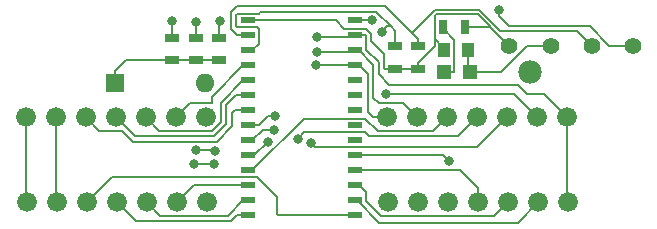
<source format=gbl>
G04 #@! TF.GenerationSoftware,KiCad,Pcbnew,5.0.2-bee76a0~70~ubuntu18.04.1*
G04 #@! TF.CreationDate,2019-03-14T11:27:35-04:00*
G04 #@! TF.ProjectId,Backpack,4261636b-7061-4636-9b2e-6b696361645f,rev?*
G04 #@! TF.SameCoordinates,Original*
G04 #@! TF.FileFunction,Copper,L2,Bot*
G04 #@! TF.FilePolarity,Positive*
%FSLAX46Y46*%
G04 Gerber Fmt 4.6, Leading zero omitted, Abs format (unit mm)*
G04 Created by KiCad (PCBNEW 5.0.2-bee76a0~70~ubuntu18.04.1) date Thu 14 Mar 2019 11:27:35 AM EDT*
%MOMM*%
%LPD*%
G01*
G04 APERTURE LIST*
G04 #@! TA.AperFunction,SMDPad,CuDef*
%ADD10R,1.000000X1.250000*%
G04 #@! TD*
G04 #@! TA.AperFunction,SMDPad,CuDef*
%ADD11R,1.200000X1.200000*%
G04 #@! TD*
G04 #@! TA.AperFunction,ComponentPad*
%ADD12R,1.600000X1.600000*%
G04 #@! TD*
G04 #@! TA.AperFunction,ComponentPad*
%ADD13O,1.600000X1.600000*%
G04 #@! TD*
G04 #@! TA.AperFunction,SMDPad,CuDef*
%ADD14R,1.300000X0.700000*%
G04 #@! TD*
G04 #@! TA.AperFunction,SMDPad,CuDef*
%ADD15R,0.700000X1.300000*%
G04 #@! TD*
G04 #@! TA.AperFunction,ComponentPad*
%ADD16C,1.397000*%
G04 #@! TD*
G04 #@! TA.AperFunction,ComponentPad*
%ADD17C,1.981000*%
G04 #@! TD*
G04 #@! TA.AperFunction,ComponentPad*
%ADD18C,1.676400*%
G04 #@! TD*
G04 #@! TA.AperFunction,SMDPad,CuDef*
%ADD19R,1.270000X0.508000*%
G04 #@! TD*
G04 #@! TA.AperFunction,ViaPad*
%ADD20C,0.800000*%
G04 #@! TD*
G04 #@! TA.AperFunction,Conductor*
%ADD21C,0.152400*%
G04 #@! TD*
G04 APERTURE END LIST*
D10*
G04 #@! TO.P,C1,1*
G04 #@! TO.N,+5V*
X106023498Y-24232875D03*
G04 #@! TO.P,C1,2*
G04 #@! TO.N,GND*
X108023498Y-24232875D03*
G04 #@! TD*
D11*
G04 #@! TO.P,D1,2*
G04 #@! TO.N,Net-(D1-Pad2)*
X105961000Y-26098500D03*
G04 #@! TO.P,D1,1*
G04 #@! TO.N,GND*
X108161000Y-26098500D03*
G04 #@! TD*
D12*
G04 #@! TO.P,D2,1*
G04 #@! TO.N,Net-(D2-Pad1)*
X78168500Y-27051000D03*
D13*
G04 #@! TO.P,D2,2*
G04 #@! TO.N,/COM0*
X85788500Y-27051000D03*
G04 #@! TD*
D14*
G04 #@! TO.P,R1,1*
G04 #@! TO.N,/SDA*
X103784997Y-23917875D03*
G04 #@! TO.P,R1,2*
G04 #@! TO.N,+5V*
X103784997Y-25817875D03*
G04 #@! TD*
G04 #@! TO.P,R2,2*
G04 #@! TO.N,+5V*
X101879998Y-25817875D03*
G04 #@! TO.P,R2,1*
G04 #@! TO.N,/SCL*
X101879998Y-23917875D03*
G04 #@! TD*
G04 #@! TO.P,R3,2*
G04 #@! TO.N,Net-(D2-Pad1)*
X82994435Y-25085238D03*
G04 #@! TO.P,R3,1*
G04 #@! TO.N,/ROW2*
X82994435Y-23185238D03*
G04 #@! TD*
G04 #@! TO.P,R4,1*
G04 #@! TO.N,/ROW1*
X84981374Y-23205265D03*
G04 #@! TO.P,R4,2*
G04 #@! TO.N,Net-(D2-Pad1)*
X84981374Y-25105265D03*
G04 #@! TD*
D15*
G04 #@! TO.P,R5,1*
G04 #@! TO.N,+5V*
X107782998Y-22264375D03*
G04 #@! TO.P,R5,2*
G04 #@! TO.N,Net-(D1-Pad2)*
X105882998Y-22264375D03*
G04 #@! TD*
D14*
G04 #@! TO.P,R6,2*
G04 #@! TO.N,Net-(D2-Pad1)*
X86949874Y-25105264D03*
G04 #@! TO.P,R6,1*
G04 #@! TO.N,/ROW0*
X86949874Y-23205264D03*
G04 #@! TD*
D16*
G04 #@! TO.P,J1,2*
G04 #@! TO.N,GND*
X115026500Y-23876000D03*
G04 #@! TO.P,J1,1*
G04 #@! TO.N,+5V*
X111526500Y-23876000D03*
D17*
G04 #@! TO.P,J1,*
G04 #@! TO.N,*
X113276500Y-26106000D03*
D16*
G04 #@! TO.P,J1,3*
G04 #@! TO.N,/SDA*
X118526500Y-23876000D03*
G04 #@! TO.P,J1,4*
G04 #@! TO.N,/SCL*
X122026500Y-23876000D03*
G04 #@! TD*
D18*
G04 #@! TO.P,LED1,1*
G04 #@! TO.N,/COM0*
X85801200Y-29928820D03*
G04 #@! TO.P,LED1,2*
G04 #@! TO.N,/ROW0*
X83261200Y-29928820D03*
G04 #@! TO.P,LED1,3*
G04 #@! TO.N,/ROW1*
X80721200Y-29928820D03*
G04 #@! TO.P,LED1,4*
G04 #@! TO.N,/ROW2*
X78183740Y-29928820D03*
G04 #@! TO.P,LED1,5*
G04 #@! TO.N,/ROW3*
X75643740Y-29928820D03*
G04 #@! TO.P,LED1,6*
G04 #@! TO.N,/COM1*
X73103740Y-29928820D03*
G04 #@! TO.P,LED1,7*
G04 #@! TO.N,/COM2*
X70563740Y-29928820D03*
G04 #@! TO.P,LED1,8*
X70662800Y-37127180D03*
G04 #@! TO.P,LED1,9*
G04 #@! TO.N,/COM1*
X73202800Y-37127180D03*
G04 #@! TO.P,LED1,10*
G04 #@! TO.N,/ROW11*
X75742800Y-37127180D03*
G04 #@! TO.P,LED1,11*
G04 #@! TO.N,/ROW10*
X78280260Y-37127180D03*
G04 #@! TO.P,LED1,12*
G04 #@! TO.N,/ROW9*
X80820260Y-37127180D03*
G04 #@! TO.P,LED1,13*
G04 #@! TO.N,/ROW8*
X83360260Y-37127180D03*
G04 #@! TO.P,LED1,14*
G04 #@! TO.N,/COM0*
X85900260Y-37127180D03*
G04 #@! TD*
G04 #@! TO.P,LED2,14*
G04 #@! TO.N,/COM0*
X116507260Y-37127180D03*
G04 #@! TO.P,LED2,13*
G04 #@! TO.N,/ROW12*
X113967260Y-37127180D03*
G04 #@! TO.P,LED2,12*
G04 #@! TO.N,/ROW13*
X111427260Y-37127180D03*
G04 #@! TO.P,LED2,11*
G04 #@! TO.N,/ROW14*
X108887260Y-37127180D03*
G04 #@! TO.P,LED2,10*
G04 #@! TO.N,/ROW15*
X106349800Y-37127180D03*
G04 #@! TO.P,LED2,9*
G04 #@! TO.N,/COM1*
X103809800Y-37127180D03*
G04 #@! TO.P,LED2,8*
G04 #@! TO.N,/COM2*
X101269800Y-37127180D03*
G04 #@! TO.P,LED2,7*
X101170740Y-29928820D03*
G04 #@! TO.P,LED2,6*
G04 #@! TO.N,/COM1*
X103710740Y-29928820D03*
G04 #@! TO.P,LED2,5*
G04 #@! TO.N,/ROW7*
X106250740Y-29928820D03*
G04 #@! TO.P,LED2,4*
G04 #@! TO.N,/ROW6*
X108790740Y-29928820D03*
G04 #@! TO.P,LED2,3*
G04 #@! TO.N,/ROW5*
X111328200Y-29928820D03*
G04 #@! TO.P,LED2,2*
G04 #@! TO.N,/ROW4*
X113868200Y-29928820D03*
G04 #@! TO.P,LED2,1*
G04 #@! TO.N,/COM0*
X116408200Y-29928820D03*
G04 #@! TD*
D19*
G04 #@! TO.P,U1,28*
G04 #@! TO.N,+5V*
X89382600Y-21717000D03*
G04 #@! TO.P,U1,27*
G04 #@! TO.N,/SDA*
X89382600Y-22987000D03*
G04 #@! TO.P,U1,26*
G04 #@! TO.N,/SCL*
X89382600Y-24257000D03*
G04 #@! TO.P,U1,25*
G04 #@! TO.N,/ROW0*
X89382600Y-25527000D03*
G04 #@! TO.P,U1,24*
G04 #@! TO.N,/ROW1*
X89382600Y-26797000D03*
G04 #@! TO.P,U1,23*
G04 #@! TO.N,/ROW2*
X89382600Y-28067000D03*
G04 #@! TO.P,U1,22*
G04 #@! TO.N,/ROW3*
X89382600Y-29337000D03*
G04 #@! TO.P,U1,21*
G04 #@! TO.N,/ROW4*
X89382600Y-30607000D03*
G04 #@! TO.P,U1,20*
G04 #@! TO.N,/ROW5*
X89382600Y-31877000D03*
G04 #@! TO.P,U1,19*
G04 #@! TO.N,/ROW6*
X89382600Y-33147000D03*
G04 #@! TO.P,U1,18*
G04 #@! TO.N,/ROW7*
X89382600Y-34417000D03*
G04 #@! TO.P,U1,17*
G04 #@! TO.N,/ROW8*
X89382600Y-35687000D03*
G04 #@! TO.P,U1,16*
G04 #@! TO.N,/ROW9*
X89382600Y-36957000D03*
G04 #@! TO.P,U1,15*
G04 #@! TO.N,/ROW10*
X89382600Y-38227000D03*
G04 #@! TO.P,U1,14*
G04 #@! TO.N,/ROW11*
X98425000Y-38227000D03*
G04 #@! TO.P,U1,13*
G04 #@! TO.N,/ROW12*
X98425000Y-36957000D03*
G04 #@! TO.P,U1,12*
G04 #@! TO.N,/ROW13*
X98425000Y-35687000D03*
G04 #@! TO.P,U1,11*
G04 #@! TO.N,/ROW14*
X98425000Y-34417000D03*
G04 #@! TO.P,U1,10*
G04 #@! TO.N,/ROW15*
X98425000Y-33147000D03*
G04 #@! TO.P,U1,9*
G04 #@! TO.N,Net-(U1-Pad9)*
X98425000Y-31877000D03*
G04 #@! TO.P,U1,8*
G04 #@! TO.N,Net-(U1-Pad8)*
X98425000Y-30607000D03*
G04 #@! TO.P,U1,7*
G04 #@! TO.N,Net-(U1-Pad7)*
X98425000Y-29337000D03*
G04 #@! TO.P,U1,6*
G04 #@! TO.N,Net-(U1-Pad6)*
X98425000Y-28067000D03*
G04 #@! TO.P,U1,5*
G04 #@! TO.N,Net-(U1-Pad5)*
X98425000Y-26797000D03*
G04 #@! TO.P,U1,4*
G04 #@! TO.N,/COM2*
X98425000Y-25527000D03*
G04 #@! TO.P,U1,3*
G04 #@! TO.N,/COM1*
X98425000Y-24257000D03*
G04 #@! TO.P,U1,2*
G04 #@! TO.N,/COM0*
X98425000Y-22987000D03*
G04 #@! TO.P,U1,1*
G04 #@! TO.N,GND*
X98425000Y-21717000D03*
G04 #@! TD*
D20*
G04 #@! TO.N,GND*
X99885500Y-21717000D03*
G04 #@! TO.N,/COM0*
X95250000Y-23114000D03*
G04 #@! TO.N,/ROW0*
X86995000Y-21780500D03*
G04 #@! TO.N,/ROW1*
X84963000Y-21844000D03*
G04 #@! TO.N,/ROW2*
X82994500Y-21780500D03*
G04 #@! TO.N,/COM1*
X84963000Y-32729000D03*
X86614000Y-32766000D03*
X95250000Y-24384000D03*
G04 #@! TO.N,/COM2*
X84836000Y-33909000D03*
X86526200Y-33909000D03*
X95123000Y-25527000D03*
G04 #@! TO.N,/ROW15*
X106426000Y-33655000D03*
G04 #@! TO.N,/ROW6*
X93599000Y-31750000D03*
X91059000Y-32004000D03*
G04 #@! TO.N,/ROW5*
X94742000Y-32131000D03*
X91567000Y-30988000D03*
G04 #@! TO.N,/ROW4*
X101092000Y-27940000D03*
X91694000Y-29845000D03*
G04 #@! TO.N,/SCL*
X100711000Y-22669500D03*
X110636847Y-20804500D03*
G04 #@! TD*
D21*
G04 #@! TO.N,+5V*
X96839000Y-21717000D02*
X97529999Y-22407999D01*
X89382600Y-21717000D02*
X96839000Y-21717000D01*
X109914875Y-22264375D02*
X111526500Y-23876000D01*
X107782998Y-22264375D02*
X109914875Y-22264375D01*
X101879998Y-25817875D02*
X103784997Y-25817875D01*
X105207997Y-21354374D02*
X105353371Y-21209000D01*
X105207997Y-23292374D02*
X105207997Y-21354374D01*
X106023498Y-24232875D02*
X106023498Y-24107875D01*
X106023498Y-24107875D02*
X105207997Y-23292374D01*
X108859500Y-21209000D02*
X111526500Y-23876000D01*
X105353371Y-21209000D02*
X108859500Y-21209000D01*
X99367409Y-22407999D02*
X97529999Y-22407999D01*
X99835010Y-22875600D02*
X99367409Y-22407999D01*
X99835011Y-23457890D02*
X99835010Y-22875600D01*
X100979998Y-25817875D02*
X100918030Y-25755907D01*
X100918030Y-24540909D02*
X99835011Y-23457890D01*
X100918030Y-25755907D02*
X100918030Y-24540909D01*
X101879998Y-25817875D02*
X100979998Y-25817875D01*
X105207997Y-23892475D02*
X105207997Y-23292374D01*
X103784997Y-25315475D02*
X105207997Y-23892475D01*
X103784997Y-25817875D02*
X103784997Y-25315475D01*
G04 #@! TO.N,GND*
X98425000Y-21717000D02*
X99310000Y-21717000D01*
X114038672Y-23876000D02*
X115026500Y-23876000D01*
X113041282Y-23876000D02*
X114038672Y-23876000D01*
X110818782Y-26098500D02*
X113041282Y-23876000D01*
X108161000Y-26098500D02*
X110818782Y-26098500D01*
X99310000Y-21717000D02*
X99885500Y-21717000D01*
X108023498Y-25960998D02*
X108161000Y-26098500D01*
X108023498Y-24232875D02*
X108023498Y-25960998D01*
G04 #@! TO.N,Net-(D1-Pad2)*
X106848499Y-26061001D02*
X106811000Y-26098500D01*
X106811000Y-26098500D02*
X105961000Y-26098500D01*
X106848499Y-23347874D02*
X106848499Y-26061001D01*
X105882998Y-22382373D02*
X106848499Y-23347874D01*
X105882998Y-22264375D02*
X105882998Y-22382373D01*
G04 #@! TO.N,Net-(D2-Pad1)*
X82094435Y-25085238D02*
X82994435Y-25085238D01*
X79084262Y-25085238D02*
X82094435Y-25085238D01*
X78168500Y-26001000D02*
X79084262Y-25085238D01*
X78168500Y-27051000D02*
X78168500Y-26001000D01*
X84961347Y-25085238D02*
X84981374Y-25105265D01*
X82994435Y-25085238D02*
X84961347Y-25085238D01*
X86949873Y-25105265D02*
X86949874Y-25105264D01*
X84981374Y-25105265D02*
X86949873Y-25105265D01*
G04 #@! TO.N,/COM0*
X116408200Y-37028120D02*
X116507260Y-37127180D01*
X116408200Y-29928820D02*
X116408200Y-37028120D01*
X114419380Y-27940000D02*
X115570001Y-29090621D01*
X113030000Y-27940000D02*
X114419380Y-27940000D01*
X98425000Y-22987000D02*
X99310000Y-22987000D01*
X115570001Y-29090621D02*
X116408200Y-29928820D01*
X101346000Y-27178000D02*
X112268000Y-27178000D01*
X112268000Y-27178000D02*
X113030000Y-27940000D01*
X98298000Y-23114000D02*
X98425000Y-22987000D01*
X95250000Y-23114000D02*
X98298000Y-23114000D01*
X99385001Y-24199591D02*
X100468020Y-25282610D01*
X99310000Y-22987000D02*
X99385001Y-23062001D01*
X99385001Y-23062001D02*
X99385001Y-24199591D01*
X100468020Y-26300020D02*
X101346000Y-27178000D01*
X100468020Y-25282610D02*
X100468020Y-26300020D01*
G04 #@! TO.N,/ROW0*
X83261200Y-29928820D02*
X84488020Y-28702000D01*
X84488020Y-28702000D02*
X86360000Y-28702000D01*
X89001600Y-25527000D02*
X89382600Y-25527000D01*
X86360000Y-28168600D02*
X89001600Y-25527000D01*
X86360000Y-28702000D02*
X86360000Y-28168600D01*
X86949874Y-23205264D02*
X86949874Y-21825626D01*
X86949874Y-21825626D02*
X86995000Y-21780500D01*
G04 #@! TO.N,/ROW1*
X86359537Y-31092021D02*
X87122000Y-30329558D01*
X80721200Y-29928820D02*
X81884401Y-31092021D01*
X81884401Y-31092021D02*
X86359537Y-31092021D01*
X89001600Y-26797000D02*
X89382600Y-26797000D01*
X87122000Y-28676600D02*
X89001600Y-26797000D01*
X87122000Y-30329558D02*
X87122000Y-28676600D01*
X84981374Y-23205265D02*
X84981374Y-21862374D01*
X84981374Y-21862374D02*
X84963000Y-21844000D01*
G04 #@! TO.N,/ROW2*
X86545938Y-31542030D02*
X87572010Y-30515958D01*
X78183740Y-29928820D02*
X79796951Y-31542031D01*
X79796951Y-31542031D02*
X86545938Y-31542030D01*
X87572010Y-30515958D02*
X87572010Y-28863000D01*
X88368010Y-28067000D02*
X89382600Y-28067000D01*
X87572010Y-28863000D02*
X88368010Y-28067000D01*
X82994435Y-23185238D02*
X82994435Y-21780565D01*
X82994435Y-21780565D02*
X82994500Y-21780500D01*
G04 #@! TO.N,/ROW3*
X88276020Y-29337000D02*
X89382600Y-29337000D01*
X88022020Y-29591000D02*
X88276020Y-29337000D01*
X88022020Y-30702358D02*
X88022020Y-29591000D01*
X86732339Y-31992039D02*
X88022020Y-30702358D01*
X75643740Y-29928820D02*
X76806941Y-31092021D01*
X78710531Y-31092021D02*
X79622510Y-32004000D01*
X76806941Y-31092021D02*
X78710531Y-31092021D01*
X79622510Y-32004000D02*
X86106000Y-32004000D01*
X86106000Y-32004000D02*
X86117961Y-31992039D01*
X86117961Y-31992039D02*
X86732339Y-31992039D01*
G04 #@! TO.N,/COM1*
X73103740Y-37028120D02*
X73202800Y-37127180D01*
X73103740Y-29928820D02*
X73103740Y-37028120D01*
X103710740Y-29928820D02*
X102483920Y-28702000D01*
X98806000Y-24257000D02*
X98425000Y-24257000D01*
X100018010Y-25469010D02*
X98806000Y-24257000D01*
X100457000Y-28702000D02*
X100018010Y-28263010D01*
X100018010Y-28263010D02*
X100018010Y-25469010D01*
X102483920Y-28702000D02*
X100457000Y-28702000D01*
X84963000Y-32729000D02*
X86577000Y-32729000D01*
X86577000Y-32729000D02*
X86614000Y-32766000D01*
X98298000Y-24384000D02*
X98425000Y-24257000D01*
X95250000Y-24384000D02*
X98298000Y-24384000D01*
G04 #@! TO.N,/COM2*
X70563740Y-37028120D02*
X70662800Y-37127180D01*
X70563740Y-29928820D02*
X70563740Y-37028120D01*
X99985347Y-29928820D02*
X99568000Y-29511473D01*
X101170740Y-29928820D02*
X99985347Y-29928820D01*
X98806000Y-25527000D02*
X98425000Y-25527000D01*
X99568000Y-26289000D02*
X98806000Y-25527000D01*
X99568000Y-29511473D02*
X99568000Y-26289000D01*
X84836000Y-33909000D02*
X86526200Y-33909000D01*
X95123000Y-25527000D02*
X98425000Y-25527000D01*
G04 #@! TO.N,/ROW11*
X90165603Y-34996001D02*
X91821000Y-36651398D01*
X75742800Y-37127180D02*
X77873979Y-34996001D01*
X77873979Y-34996001D02*
X90165603Y-34996001D01*
X91821000Y-36651398D02*
X91821000Y-38100000D01*
X91948000Y-38227000D02*
X98425000Y-38227000D01*
X91821000Y-38100000D02*
X91948000Y-38227000D01*
G04 #@! TO.N,/ROW10*
X88497600Y-38227000D02*
X89382600Y-38227000D01*
X87984209Y-38740391D02*
X88497600Y-38227000D01*
X79893471Y-38740391D02*
X87984209Y-38740391D01*
X78280260Y-37127180D02*
X79893471Y-38740391D01*
G04 #@! TO.N,/ROW9*
X87668219Y-38290381D02*
X89001600Y-36957000D01*
X89001600Y-36957000D02*
X89382600Y-36957000D01*
X81983461Y-38290381D02*
X87668219Y-38290381D01*
X80820260Y-37127180D02*
X81983461Y-38290381D01*
G04 #@! TO.N,/ROW8*
X84800440Y-35687000D02*
X89382600Y-35687000D01*
X83360260Y-37127180D02*
X84800440Y-35687000D01*
G04 #@! TO.N,/ROW12*
X98629002Y-36957000D02*
X98425000Y-36957000D01*
X100514992Y-38842990D02*
X98629002Y-36957000D01*
X112251450Y-38842990D02*
X100514992Y-38842990D01*
X113967260Y-37127180D02*
X112251450Y-38842990D01*
G04 #@! TO.N,/ROW13*
X110264059Y-38290381D02*
X100647381Y-38290381D01*
X111427260Y-37127180D02*
X110264059Y-38290381D01*
X98806000Y-35687000D02*
X98425000Y-35687000D01*
X99385001Y-36266001D02*
X98806000Y-35687000D01*
X99385001Y-37028001D02*
X99385001Y-36266001D01*
X100647381Y-38290381D02*
X99385001Y-37028001D01*
G04 #@! TO.N,/ROW14*
X99310000Y-34417000D02*
X98425000Y-34417000D01*
X107362473Y-34417000D02*
X99310000Y-34417000D01*
X108887260Y-35941787D02*
X107362473Y-34417000D01*
X108887260Y-37127180D02*
X108887260Y-35941787D01*
G04 #@! TO.N,/ROW15*
X105918000Y-33147000D02*
X98425000Y-33147000D01*
X106426000Y-33655000D02*
X105918000Y-33147000D01*
G04 #@! TO.N,/ROW7*
X94152601Y-30027999D02*
X89763600Y-34417000D01*
X99320001Y-30027999D02*
X94152601Y-30027999D01*
X100384023Y-31092021D02*
X99320001Y-30027999D01*
X89763600Y-34417000D02*
X89382600Y-34417000D01*
X105087539Y-31092021D02*
X100384023Y-31092021D01*
X106250740Y-29928820D02*
X105087539Y-31092021D01*
G04 #@! TO.N,/ROW6*
X94162999Y-31186001D02*
X93599000Y-31750000D01*
X99320001Y-31186001D02*
X94162999Y-31186001D01*
X108790740Y-29928820D02*
X107177530Y-31542030D01*
X99676030Y-31542030D02*
X99320001Y-31186001D01*
X107177530Y-31542030D02*
X99676030Y-31542030D01*
X89916000Y-33147000D02*
X89382600Y-33147000D01*
X91059000Y-32004000D02*
X89916000Y-33147000D01*
G04 #@! TO.N,/ROW5*
X95067001Y-32456001D02*
X94742000Y-32131000D01*
X111328200Y-29928820D02*
X108801019Y-32456001D01*
X108801019Y-32456001D02*
X95067001Y-32456001D01*
X89763600Y-31877000D02*
X89382600Y-31877000D01*
X90652600Y-30988000D02*
X89763600Y-31877000D01*
X91567000Y-30988000D02*
X90652600Y-30988000D01*
G04 #@! TO.N,/ROW4*
X113868200Y-29928820D02*
X111879380Y-27940000D01*
X111879380Y-27940000D02*
X101092000Y-27940000D01*
X90267600Y-30607000D02*
X89382600Y-30607000D01*
X90366315Y-30607000D02*
X90267600Y-30607000D01*
X91128315Y-29845000D02*
X90366315Y-30607000D01*
X91694000Y-29845000D02*
X91128315Y-29845000D01*
G04 #@! TO.N,/SDA*
X103784997Y-23317875D02*
X103784997Y-23917875D01*
X88447199Y-20541989D02*
X101009111Y-20541989D01*
X87941991Y-21047197D02*
X88447199Y-20541989D01*
X87941990Y-22431390D02*
X87941991Y-21047197D01*
X88497600Y-22987000D02*
X87941990Y-22431390D01*
X89382600Y-22987000D02*
X88497600Y-22987000D01*
X103251000Y-22783878D02*
X103784997Y-23317875D01*
X101009111Y-20541989D02*
X103251000Y-22783878D01*
X110754882Y-22606000D02*
X117256500Y-22606000D01*
X108976883Y-20828000D02*
X110754882Y-22606000D01*
X105235988Y-20828000D02*
X108976883Y-20828000D01*
X103280110Y-22783878D02*
X105235988Y-20828000D01*
X117256500Y-22606000D02*
X118526500Y-23876000D01*
X103251000Y-22783878D02*
X103280110Y-22783878D01*
G04 #@! TO.N,/SCL*
X88487599Y-22296001D02*
X88392000Y-22200402D01*
X90165603Y-22296001D02*
X88487599Y-22296001D01*
X90342601Y-22472999D02*
X90165603Y-22296001D01*
X90342601Y-23677999D02*
X90342601Y-22472999D01*
X89382600Y-24257000D02*
X89763600Y-24257000D01*
X89763600Y-24257000D02*
X90342601Y-23677999D01*
X88487599Y-21137999D02*
X90289499Y-21137999D01*
X88392000Y-22200402D02*
X88392000Y-21233598D01*
X88392000Y-21233598D02*
X88487599Y-21137999D01*
X101879998Y-23317875D02*
X101879998Y-23917875D01*
X101879998Y-22638496D02*
X101879998Y-23317875D01*
X90435499Y-20991999D02*
X100233501Y-20991999D01*
X90289499Y-21137999D02*
X90435499Y-20991999D01*
X101149002Y-22231498D02*
X100711000Y-22669500D01*
X101473000Y-22231498D02*
X101879998Y-22638496D01*
X101473000Y-22231498D02*
X101149002Y-22231498D01*
X100233501Y-20991999D02*
X101473000Y-22231498D01*
X122026500Y-23876000D02*
X119969058Y-23876000D01*
X119969058Y-23876000D02*
X118318058Y-22225000D01*
X110636847Y-21370185D02*
X111491662Y-22225000D01*
X110636847Y-20804500D02*
X110636847Y-21370185D01*
X118318058Y-22225000D02*
X111633000Y-22225000D01*
X111491662Y-22225000D02*
X111633000Y-22225000D01*
G04 #@! TD*
M02*

</source>
